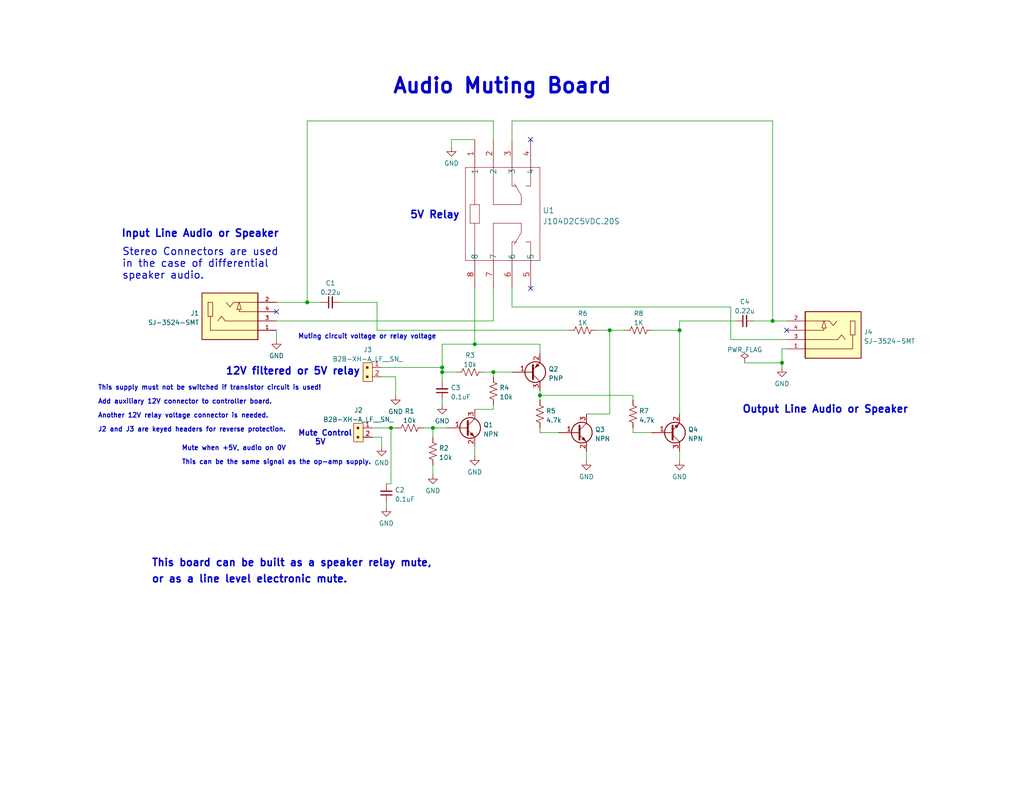
<source format=kicad_sch>
(kicad_sch (version 20211123) (generator eeschema)
  (paper "USLetter")
  (title_block (title "Audio Muting Board") (date "2022-11-10") (rev "1.0"))
  (lib_symbols
    (symbol "Device:C_Small" (pin_numbers hide) (pin_names (offset 0.254) hide)
      (property "Reference" "C" (at 0.254 1.778 0))
      (property "Value" "C_Small" (at 0.254 -2.032 0))
      (symbol "C_Small_0_1"
        (polyline (pts (xy -1.524 -0.508) (xy 1.524 -0.508)) (stroke (width 0.3302)))
        (polyline (pts (xy -1.524 0.508) (xy 1.524 0.508)) (stroke (width 0.3048)))
      )
      (symbol "C_Small_1_1"
        (pin passive line (at 0 2.54 270) (length 2.032) (name "~") (number "1"))
        (pin passive line (at 0 -2.54 90) (length 2.032) (name "~") (number "2"))
      )
    )
    (symbol "Device:R_US" (pin_numbers hide) (pin_names (offset 0))
      (property "Reference" "R" (at 2.54 0 90))
      (property "Value" "R_US" (at -2.54 0 90))
      (symbol "R_US_0_1"
        (polyline (pts (xy 0 -2.286) (xy 0 -2.54)))
        (polyline (pts (xy 0 2.286) (xy 0 2.54)))
        (polyline (pts (xy 0 -0.762) (xy 1.016 -1.143) (xy 0 -1.524) (xy -1.016 -1.905) (xy 0 -2.286)))
        (polyline (pts (xy 0 0.762) (xy 1.016 0.381) (xy 0 0) (xy -1.016 -0.381) (xy 0 -0.762)))
        (polyline (pts (xy 0 2.286) (xy 1.016 1.905) (xy 0 1.524) (xy -1.016 1.143) (xy 0 0.762)))
      )
      (symbol "R_US_1_1"
        (pin passive line (at 0 3.81 270) (length 1.27) (name "~") (number "1"))
        (pin passive line (at 0 -3.81 90) (length 1.27) (name "~") (number "2"))
      )
    )
    (symbol "Relay_DPDT_general:J104D2C5VDC.20S" (pin_names (offset 0.254))
      (property "Reference" "U" (at 20.32 10.16 0))
      (property "Value" "J104D2C5VDC.20S" (at 20.32 7.62 0))
      (symbol "J104D2C5VDC.20S_1_1"
        (polyline (pts (xy 7.62 -15.24) (xy 33.02 -15.24)) (stroke (width 0.127)))
        (polyline (pts (xy 7.62 -12.7) (xy 12.7 -12.7)) (stroke (width 0.127)))
        (polyline (pts (xy 7.62 -7.62) (xy 12.7 -7.62)) (stroke (width 0.127)))
        (polyline (pts (xy 7.62 -2.54) (xy 17.78 -2.54)) (stroke (width 0.127)))
        (polyline (pts (xy 7.62 2.54) (xy 17.78 2.54)) (stroke (width 0.127)))
        (polyline (pts (xy 7.62 5.08) (xy 7.62 -15.24)) (stroke (width 0.127)))
        (polyline (pts (xy 12.7 -11.43) (xy 12.7 -12.7)) (stroke (width 0.127)))
        (polyline (pts (xy 12.7 -7.62) (xy 12.7 -8.89)) (stroke (width 0.127)))
        (polyline (pts (xy 15.24 -10.16) (xy 12.065 -8.255)) (stroke (width 0.127)))
        (polyline (pts (xy 17.78 -10.16) (xy 15.24 -10.16)) (stroke (width 0.127)))
        (polyline (pts (xy 17.78 -2.54) (xy 17.78 -10.16)) (stroke (width 0.127)))
        (polyline (pts (xy 17.78 1.27) (xy 22.86 1.27)) (stroke (width 0.127)))
        (polyline (pts (xy 17.78 3.81) (xy 17.78 1.27)) (stroke (width 0.127)))
        (polyline (pts (xy 22.86 -10.16) (xy 25.4 -10.16)) (stroke (width 0.127)))
        (polyline (pts (xy 22.86 -2.54) (xy 22.86 -10.16)) (stroke (width 0.127)))
        (polyline (pts (xy 22.86 -2.54) (xy 33.02 -2.54)) (stroke (width 0.127)))
        (polyline (pts (xy 22.86 1.27) (xy 22.86 3.81)) (stroke (width 0.127)))
        (polyline (pts (xy 22.86 2.54) (xy 33.02 2.54)) (stroke (width 0.127)))
        (polyline (pts (xy 22.86 3.81) (xy 17.78 3.81)) (stroke (width 0.127)))
        (polyline (pts (xy 25.4 -10.16) (xy 28.575 -8.255)) (stroke (width 0.127)))
        (polyline (pts (xy 27.94 -12.7) (xy 33.02 -12.7)) (stroke (width 0.127)))
        (polyline (pts (xy 27.94 -11.43) (xy 27.94 -12.7)) (stroke (width 0.127)))
        (polyline (pts (xy 27.94 -7.62) (xy 27.94 -8.89)) (stroke (width 0.127)))
        (polyline (pts (xy 33.02 -15.24) (xy 33.02 5.08)) (stroke (width 0.127)))
        (polyline (pts (xy 33.02 -7.62) (xy 27.94 -7.62)) (stroke (width 0.127)))
        (polyline (pts (xy 33.02 5.08) (xy 7.62 5.08)) (stroke (width 0.127)))
        (pin unspecified line (at 0 2.54 0) (length 7.62) (name "1") (number "1"))
        (pin unspecified line (at 0 -2.54 0) (length 7.62) (name "2") (number "2"))
        (pin unspecified line (at 0 -7.62 0) (length 7.62) (name "3") (number "3"))
        (pin unspecified line (at 0 -12.7 0) (length 7.62) (name "4") (number "4"))
        (pin unspecified line (at 40.64 -12.7 180) (length 7.62) (name "5") (number "5"))
        (pin unspecified line (at 40.64 -7.62 180) (length 7.62) (name "6") (number "6"))
        (pin unspecified line (at 40.64 -2.54 180) (length 7.62) (name "7") (number "7"))
        (pin unspecified line (at 40.64 2.54 180) (length 7.62) (name "8") (number "8"))
      )
    )
    (symbol "Stereo_Jack_SMT:SJ-3524-SMT" (pin_names (offset 1.016) hide)
      (property "Reference" "J" (at -7.6454 8.2804 0))
      (property "Value" "SJ-3524-SMT" (at -7.6454 -7.6708 0))
      (symbol "SJ-3524-SMT_0_0"
        (rectangle (start -7.62 -5.08) (end 7.62 7.62) (stroke (width 0.254)) (fill (type background)))
        (polyline (pts (xy -5.969 -2.54) (xy -4.699 -2.54)) (stroke (width 0.1524)))
        (polyline (pts (xy -5.969 1.27) (xy -5.969 -2.54)) (stroke (width 0.1524)))
        (polyline (pts (xy -5.334 1.27) (xy -5.969 1.27)) (stroke (width 0.1524)))
        (polyline (pts (xy -5.334 1.27) (xy -5.334 5.08)) (stroke (width 0.1524)))
        (polyline (pts (xy -5.334 5.08) (xy 7.62 5.08)) (stroke (width 0.1524)))
        (polyline (pts (xy -4.699 -2.54) (xy -4.699 1.27)) (stroke (width 0.1524)))
        (polyline (pts (xy -4.699 1.27) (xy -5.334 1.27)) (stroke (width 0.1524)))
        (polyline (pts (xy -2.286 1.27) (xy -3.302 2.54)) (stroke (width 0.1524)))
        (polyline (pts (xy -1.27 2.54) (xy -2.286 1.27)) (stroke (width 0.1524)))
        (polyline (pts (xy -1.016 -2.54) (xy 0 -1.27)) (stroke (width 0.1524)))
        (polyline (pts (xy 0 -1.27) (xy 1.016 -2.54)) (stroke (width 0.1524)))
        (polyline (pts (xy 1.905 -0.6096) (xy 2.4892 -2.54)) (stroke (width 0.1524)))
        (polyline (pts (xy 1.905 -0.6096) (xy 3.0988 -0.6096)) (stroke (width 0.1524)))
        (polyline (pts (xy 2.54 -2.5146) (xy 2.54 -2.54)) (stroke (width 0.1524)))
        (polyline (pts (xy 2.54 0) (xy 2.54 -0.6096)) (stroke (width 0.1524)))
        (polyline (pts (xy 2.54 0) (xy 7.62 0)) (stroke (width 0.1524)))
        (polyline (pts (xy 3.0988 -0.6096) (xy 2.54 -2.5146)) (stroke (width 0.1524)))
        (polyline (pts (xy 7.62 -5.08) (xy 7.62 7.62)) (stroke (width 0.254)))
        (polyline (pts (xy 7.62 -2.54) (xy 1.016 -2.54)) (stroke (width 0.1524)))
        (polyline (pts (xy 7.62 2.54) (xy -1.27 2.54)) (stroke (width 0.1524)))
        (pin passive line (at 12.7 5.08 180) (length 5.08) (name "~") (number "1"))
        (pin passive line (at 12.7 -2.54 180) (length 5.08) (name "~") (number "2"))
        (pin passive line (at 12.7 2.54 180) (length 5.08) (name "~") (number "3"))
        (pin passive line (at 12.7 0 180) (length 5.08) (name "~") (number "4"))
      )
    )
    (symbol "Transistor_BJT:MMBT3904" (pin_names (offset 0) hide)
      (property "Reference" "Q" (at 5.08 1.905 0))
      (property "Value" "MMBT3904" (at 5.08 0 0))
      (symbol "MMBT3904_0_1"
        (polyline (pts (xy 0.635 0.635) (xy 2.54 2.54)))
        (polyline (pts (xy 0.635 -0.635) (xy 2.54 -2.54) (xy 2.54 -2.54)))
        (polyline (pts (xy 0.635 1.905) (xy 0.635 -1.905) (xy 0.635 -1.905)) (stroke (width 0.508)))
        (polyline (pts (xy 1.27 -1.778) (xy 1.778 -1.27) (xy 2.286 -2.286) (xy 1.27 -1.778) (xy 1.27 -1.778)) (fill (type outline)))
        (circle (center 1.27 0) (radius 2.8194) (stroke (width 0.254)))
      )
      (symbol "MMBT3904_1_1"
        (pin input line (at -5.08 0 0) (length 5.715) (name "B") (number "1"))
        (pin passive line (at 2.54 -5.08 90) (length 2.54) (name "E") (number "2"))
        (pin passive line (at 2.54 5.08 270) (length 2.54) (name "C") (number "3"))
      )
    )
    (symbol "Transistor_BJT:MMBT3906" (pin_names (offset 0) hide)
      (property "Reference" "Q" (at 5.08 1.905 0))
      (property "Value" "MMBT3906" (at 5.08 0 0))
      (symbol "MMBT3906_0_1"
        (polyline (pts (xy 0.635 0.635) (xy 2.54 2.54)))
        (polyline (pts (xy 0.635 -0.635) (xy 2.54 -2.54) (xy 2.54 -2.54)))
        (polyline (pts (xy 0.635 1.905) (xy 0.635 -1.905) (xy 0.635 -1.905)) (stroke (width 0.508)))
        (polyline (pts (xy 2.286 -1.778) (xy 1.778 -2.286) (xy 1.27 -1.27) (xy 2.286 -1.778) (xy 2.286 -1.778)) (fill (type outline)))
        (circle (center 1.27 0) (radius 2.8194) (stroke (width 0.254)))
      )
      (symbol "MMBT3906_1_1"
        (pin input line (at -5.08 0 0) (length 5.715) (name "B") (number "1"))
        (pin passive line (at 2.54 -5.08 90) (length 2.54) (name "E") (number "2"))
        (pin passive line (at 2.54 5.08 270) (length 2.54) (name "C") (number "3"))
      )
    )
    (symbol "dk_Rectangular-Connectors-Headers-Male-Pins:B2B-XH-A_LF__SN_" (pin_names (offset 1.016))
      (property "Reference" "J" (at -2.54 -1.27 0))
      (property "Value" "B2B-XH-A_LF__SN_" (at 1.27 -3.81 0))
      (symbol "B2B-XH-A_LF__SN__1_1"
        (rectangle (start -1.27 0) (end 3.81 -2.54) (fill (type background)))
        (rectangle (start -0.254 -1.143) (end 0.254 -1.651) (fill (type outline)))
        (rectangle (start 2.286 -1.143) (end 2.794 -1.651) (fill (type outline)))
        (pin passive line (at 0 2.54 270) (length 2.54) (name "~") (number "1"))
        (pin passive line (at 2.54 2.54 270) (length 2.54) (name "~") (number "2"))
      )
    )
    (symbol "power:GND" (power) (pin_names (offset 0))
      (property "Value" "GND" (at 0 -3.81 0))
      (symbol "GND_0_1"
        (polyline (pts (xy 0 0) (xy 0 -1.27) (xy 1.27 -1.27) (xy 0 -2.54) (xy -1.27 -1.27) (xy 0 -1.27)))
      )
      (symbol "GND_1_1"
        (pin power_in line (at 0 0 270) (length 0) hide (name "GND") (number "1"))
      )
    )
    (symbol "power:PWR_FLAG" (power) (pin_numbers hide) (pin_names (offset 0) hide)
      (property "Value" "PWR_FLAG" (at 0 3.81 0))
      (symbol "PWR_FLAG_0_0"
        (pin power_out line (at 0 0 90) (length 0) (name "pwr") (number "1"))
      )
      (symbol "PWR_FLAG_0_1"
        (polyline (pts (xy 0 0) (xy 0 1.27) (xy -1.016 1.905) (xy 0 2.54) (xy 1.016 1.905) (xy 0 1.27)))
      )
    )
  )
  (junction (at 134.62 101.6))
  (junction (at 120.65 101.6))
  (junction (at 213.36 99.06))
  (junction (at 210.82 87.63))
  (junction (at 185.42 90.17))
  (junction (at 129.54 93.98))
  (junction (at 83.82 82.55))
  (junction (at 118.11 116.84))
  (junction (at 166.37 90.17))
  (junction (at 120.65 100.33))
  (junction (at 106.68 116.84))
  (junction (at 147.32 107.95))
  (no_connect (at 144.78 78.74))
  (no_connect (at 144.78 38.1))
  (no_connect (at 75.438 85.09))
  (no_connect (at 214.63 90.17))
  (wire (pts (xy 123.19 38.1) (xy 129.54 38.1)))
  (wire (pts (xy 102.87 90.17) (xy 155.194 90.17)))
  (wire (pts (xy 203.2 99.06) (xy 213.36 99.06)))
  (wire (pts (xy 92.71 82.55) (xy 102.87 82.55)))
  (wire (pts (xy 120.65 101.6) (xy 124.46 101.6)))
  (wire (pts (xy 107.95 102.87) (xy 107.95 107.95)))
  (wire (pts (xy 205.74 87.63) (xy 210.82 87.63)))
  (wire (pts (xy 102.87 82.55) (xy 102.87 90.17)))
  (wire (pts (xy 132.08 101.6) (xy 134.62 101.6)))
  (wire (pts (xy 118.11 127) (xy 118.11 129.54)))
  (wire (pts (xy 199.39 92.71) (xy 214.63 92.71)))
  (wire (pts (xy 83.82 82.55) (xy 83.82 33.02)))
  (wire (pts (xy 75.438 82.55) (xy 83.82 82.55)))
  (wire (pts (xy 104.14 119.38) (xy 104.14 121.92)))
  (wire (pts (xy 210.82 33.02) (xy 210.82 87.63)))
  (wire (pts (xy 106.68 116.84) (xy 107.95 116.84)))
  (wire (pts (xy 139.7 83.82) (xy 199.39 83.82)))
  (wire (pts (xy 129.54 111.76) (xy 134.62 111.76)))
  (wire (pts (xy 162.814 90.17) (xy 166.37 90.17)))
  (wire (pts (xy 139.7 33.02) (xy 139.7 38.1)))
  (wire (pts (xy 134.62 101.6) (xy 139.7 101.6)))
  (wire (pts (xy 83.82 82.55) (xy 87.63 82.55)))
  (wire (pts (xy 129.54 93.98) (xy 147.32 93.98)))
  (wire (pts (xy 106.68 132.08) (xy 105.41 132.08)))
  (wire (pts (xy 129.54 121.92) (xy 129.54 124.46)))
  (wire (pts (xy 147.32 96.52) (xy 147.32 93.98)))
  (wire (pts (xy 118.11 116.84) (xy 118.11 119.38)))
  (wire (pts (xy 166.37 90.17) (xy 170.434 90.17)))
  (wire (pts (xy 129.54 78.74) (xy 129.54 93.98)))
  (wire (pts (xy 120.65 93.98) (xy 120.65 100.33)))
  (wire (pts (xy 166.37 90.17) (xy 166.37 113.03)))
  (wire (pts (xy 134.62 33.02) (xy 134.62 38.1)))
  (wire (pts (xy 199.39 83.82) (xy 199.39 92.71)))
  (wire (pts (xy 134.62 87.63) (xy 134.62 78.74)))
  (wire (pts (xy 185.42 90.17) (xy 185.42 113.03)))
  (wire (pts (xy 147.32 107.95) (xy 147.32 109.22)))
  (wire (pts (xy 123.19 40.132) (xy 123.19 38.1)))
  (wire (pts (xy 120.65 101.6) (xy 120.65 104.14)))
  (wire (pts (xy 75.438 90.17) (xy 75.438 92.71)))
  (wire (pts (xy 115.57 116.84) (xy 118.11 116.84)))
  (wire (pts (xy 147.32 118.11) (xy 152.4 118.11)))
  (wire (pts (xy 120.65 100.33) (xy 120.65 101.6)))
  (wire (pts (xy 210.82 87.63) (xy 214.63 87.63)))
  (wire (pts (xy 134.62 111.76) (xy 134.62 110.49)))
  (wire (pts (xy 147.32 107.95) (xy 172.72 107.95)))
  (wire (pts (xy 160.02 113.03) (xy 166.37 113.03)))
  (wire (pts (xy 120.65 93.98) (xy 129.54 93.98)))
  (wire (pts (xy 147.32 106.68) (xy 147.32 107.95)))
  (wire (pts (xy 120.65 109.22) (xy 120.65 110.49)))
  (wire (pts (xy 107.95 102.87) (xy 104.14 102.87)))
  (wire (pts (xy 185.42 87.63) (xy 200.66 87.63)))
  (wire (pts (xy 83.82 33.02) (xy 134.62 33.02)))
  (wire (pts (xy 139.7 33.02) (xy 210.82 33.02)))
  (wire (pts (xy 147.32 116.84) (xy 147.32 118.11)))
  (wire (pts (xy 75.438 87.63) (xy 134.62 87.63)))
  (wire (pts (xy 172.72 107.95) (xy 172.72 109.22)))
  (wire (pts (xy 185.42 90.17) (xy 185.42 87.63)))
  (wire (pts (xy 213.36 95.25) (xy 213.36 99.06)))
  (wire (pts (xy 214.63 95.25) (xy 213.36 95.25)))
  (wire (pts (xy 160.02 123.19) (xy 160.02 125.73)))
  (wire (pts (xy 185.42 90.17) (xy 178.054 90.17)))
  (wire (pts (xy 139.7 78.74) (xy 139.7 83.82)))
  (wire (pts (xy 105.41 137.16) (xy 105.41 138.43)))
  (wire (pts (xy 172.72 118.11) (xy 177.8 118.11)))
  (wire (pts (xy 118.11 116.84) (xy 121.92 116.84)))
  (wire (pts (xy 104.14 100.33) (xy 120.65 100.33)))
  (wire (pts (xy 172.72 116.84) (xy 172.72 118.11)))
  (wire (pts (xy 106.68 116.84) (xy 106.68 132.08)))
  (wire (pts (xy 101.6 119.38) (xy 104.14 119.38)))
  (wire (pts (xy 101.6 116.84) (xy 106.68 116.84)))
  (wire (pts (xy 213.36 99.06) (xy 213.36 100.33)))
  (wire (pts (xy 185.42 123.19) (xy 185.42 125.73)))
  (wire (pts (xy 134.62 101.6) (xy 134.62 102.87)))
  (text "Input Line Audio or Speaker" (at 33.02 65.024 0) (effects (font (size 2 2) (thickness 0.4) bold) (justify left bottom)))
  (text "Mute when +5V, audio on 0V" (at 49.53 123.19 0) (effects (font (size 1.27 1.27) bold) (justify left bottom)))
  (text "Stereo Connectors are used\nin the case of differential\nspeaker audio." (at 33.274 76.454 0) (effects (font (size 2 2) (thickness 0.254) bold) (justify left bottom)))
  (text "This supply must not be switched if transistor circuit is used!" (at 26.67 106.68 0) (effects (font (size 1.27 1.27) bold) (justify left bottom)))
  (text "Output Line Audio or Speaker" (at 202.438 113.03 0) (effects (font (size 2 2) (thickness 0.4) bold) (justify left bottom)))
  (text "12V filtered or 5V relay" (at 61.468 102.616 0) (effects (font (size 2 2) (thickness 0.4) bold) (justify left bottom)))
  (text "J2 and J3 are keyed headers for reverse protection." (at 26.67 118.11 0) (effects (font (size 1.27 1.27) (thickness 0.254) bold) (justify left bottom)))
  (text "Audio Muting Board" (at 106.934 25.908 0) (effects (font (size 4 4) (thickness 0.8) bold) (justify left bottom)))
  (text "This board can be built as a speaker relay mute," (at 41.275 154.94 0) (effects (font (size 2 2) (thickness 0.4) bold) (justify left bottom)))
  (text "Mute Control\n    5V" (at 81.28 121.666 0) (effects (font (size 1.5 1.5) (thickness 0.3) bold) (justify left bottom)))
  (text "Muting circuit voltage or relay voltage" (at 81.28 92.71 0) (effects (font (size 1.27 1.27) bold) (justify left bottom)))
  (text "or as a line level electronic mute." (at 41.275 159.385 0) (effects (font (size 2 2) (thickness 0.4) bold) (justify left bottom)))
  (text "Add auxiliary 12V connector to controller board." (at 26.67 110.49 0) (effects (font (size 1.27 1.27) bold) (justify left bottom)))
  (text "Another 12V relay voltage connector is needed." (at 26.67 114.3 0) (effects (font (size 1.27 1.27) bold) (justify left bottom)))
  (text "This can be the same signal as the op-amp supply." (at 49.53 127 0) (effects (font (size 1.27 1.27) bold) (justify left bottom)))
  (text "5V Relay" (at 111.76 59.944 0) (effects (font (size 2 2) (thickness 0.4) bold) (justify left bottom)))
  (symbol (lib_id "power:GND") (at 104.14 121.92 0) (unit 1)
    (property "Reference" "#PWR02" (effects hide))
    (property "Value" "GND" (at 104.14 126.3634 0))
  )
  (symbol (lib_id "power:GND") (at 118.11 129.54 0) (unit 1)
    (property "Reference" "#PWR05" (effects hide))
    (property "Value" "GND" (at 118.11 133.9834 0))
  )
  (symbol (lib_id "Transistor_BJT:MMBT3906") (at 144.78 101.6 0) (mirror x) (unit 1)
    (property "Reference" "Q2" (at 149.6314 100.7653 0) (effects (justify left)))
    (property "Value" "PNP" (at 149.6314 103.3022 0) (effects (justify left)))
    (property "Footprint" "Package_TO_SOT_SMD:SOT-23" (effects hide))
    (property "Datasheet" "https://www.onsemi.com/pub/Collateral/2N3906-D.PDF" (effects hide))
  )
  (symbol (lib_id "Transistor_BJT:MMBT3904") (at 127 116.84 0) (unit 1)
    (property "Reference" "Q1" (at 131.8514 116.0053 0) (effects (justify left)))
    (property "Value" "NPN" (at 131.8514 118.5422 0) (effects (justify left)))
    (property "Footprint" "Package_TO_SOT_SMD:SOT-23" (effects hide))
    (property "Datasheet" "https://www.onsemi.com/pub/Collateral/2N3903-D.PDF" (effects hide))
  )
  (symbol (lib_id "Device:C_Small") (at 90.17 82.55 90) (unit 1)
    (property "Reference" "C1" (at 90.1763 77.2881 90))
    (property "Value" "0.22u" (at 90.1763 79.825 90))
    (property "Footprint" "Capacitor_SMD:C_1206_3216Metric_Pad1.33x1.80mm_HandSolder" (effects hide))
  )
  (symbol (lib_id "Device:R_US") (at 159.004 90.17 90) (unit 1)
    (property "Reference" "R6" (at 159.004 85.5812 90))
    (property "Value" "1K" (at 159.004 88.1181 90))
    (property "Footprint" "Resistor_SMD:R_1206_3216Metric_Pad1.30x1.75mm_HandSolder" (effects hide))
  )
  (symbol (lib_id "Device:C_Small") (at 120.65 106.68 180) (unit 1)
    (property "Reference" "C3" (at 122.9741 105.8389 0) (effects (justify right)))
    (property "Value" "0.1uF" (at 122.9741 108.3758 0) (effects (justify right)))
    (property "Footprint" "Capacitor_SMD:C_1206_3216Metric_Pad1.33x1.80mm_HandSolder" (effects hide))
  )
  (symbol (lib_id "power:GND") (at 105.41 138.43 0) (unit 1)
    (property "Reference" "#PWR03" (effects hide))
    (property "Value" "GND" (at 105.41 142.8734 0))
  )
  (symbol (lib_id "power:GND") (at 120.65 110.49 0) (unit 1)
    (property "Reference" "#PWR06" (effects hide))
    (property "Value" "GND" (at 120.65 114.9334 0))
  )
  (symbol (lib_id "Transistor_BJT:MMBT3904") (at 157.48 118.11 0) (unit 1)
    (property "Reference" "Q3" (at 162.3314 117.2753 0) (effects (justify left)))
    (property "Value" "NPN" (at 162.3314 119.8122 0) (effects (justify left)))
    (property "Footprint" "Package_TO_SOT_SMD:SOT-23" (effects hide))
    (property "Datasheet" "https://www.onsemi.com/pub/Collateral/2N3903-D.PDF" (effects hide))
  )
  (symbol (lib_id "dk_Rectangular-Connectors-Headers-Male-Pins:B2B-XH-A_LF__SN_") (at 99.06 116.84 270) (unit 1)
    (property "Reference" "J2" (at 97.79 111.9972 90))
    (property "Value" "B2B-XH-A_LF__SN_" (at 97.79 114.5341 90))
    (property "Footprint" "digikey-footprints:PinHeader_1x2_P2.5mm_Drill1.1mm" (effects hide))
    (property "Datasheet" "http://www.jst-mfg.com/product/pdf/eng/eXH.pdf" (effects hide))
    (property "Digi-Key_PN" "455-2247-ND" (effects hide))
    (property "MPN" "B2B-XH-A(LF)(SN)" (effects hide))
    (property "Category" "Connectors, Interconnects" (effects hide))
    (property "Family" "Rectangular Connectors - Headers, Male Pins" (effects hide))
    (property "DK_Datasheet_Link" "http://www.jst-mfg.com/product/pdf/eng/eXH.pdf" (effects hide))
    (property "DK_Detail_Page" "/product-detail/en/jst-sales-america-inc/B2B-XH-A(LF)(SN)/455-2247-ND/1651045" (effects hide))
    (property "Description" "CONN HEADER VERT 2POS 2.5MM" (effects hide))
    (property "Manufacturer" "JST Sales America Inc." (effects hide))
    (property "Status" "Active" (effects hide))
  )
  (symbol (lib_id "power:GND") (at 123.19 40.132 0) (unit 1)
    (property "Reference" "#PWR08" (effects hide))
    (property "Value" "GND" (at 123.19 44.5754 0))
  )
  (symbol (lib_id "power:PWR_FLAG") (at 203.2 99.06 0) (unit 1)
    (property "Reference" "#FLG0101" (effects hide))
    (property "Value" "PWR_FLAG" (at 203.2 95.4842 0))
  )
  (symbol (lib_id "Relay_DPDT_general:J104D2C5VDC.20S") (at 132.08 38.1 90) (mirror x) (unit 1)
    (property "Reference" "U1" (at 148.0185 57.4438 90) (effects (font (size 1.524 1.524)) (justify right)))
    (property "Value" "J104D2C5VDC.20S" (at 148.0185 60.4372 90) (effects (font (size 1.524 1.524)) (justify right)))
    (property "Footprint" "Relay_DPDT_GP:J104D2C5VDC.20S" (effects hide))
  )
  (symbol (lib_id "Device:R_US") (at 147.32 113.03 0) (unit 1)
    (property "Reference" "R5" (at 148.971 112.1953 0) (effects (justify left)))
    (property "Value" "4.7k" (at 148.971 114.7322 0) (effects (justify left)))
    (property "Footprint" "Resistor_SMD:R_1206_3216Metric_Pad1.30x1.75mm_HandSolder" (effects hide))
  )
  (symbol (lib_id "Stereo_Jack_SMT:SJ-3524-SMT") (at 62.738 85.09 0) (mirror x) (unit 1)
    (property "Reference" "J1" (at 54.356 85.5253 0) (effects (justify right)))
    (property "Value" "SJ-3524-SMT" (at 54.356 88.0622 0) (effects (justify right)))
    (property "Footprint" "Stereo_Jack_SMT:CUI_SJ-3524-SMT" (effects hide))
    (property "STANDARD" "Manufacturer recommendations" (effects hide))
    (property "PARTREV" "1.03" (effects hide))
    (property "MF" "CUI Inc" (effects hide))
  )
  (symbol (lib_id "power:GND") (at 107.95 107.95 0) (unit 1)
    (property "Reference" "#PWR04" (effects hide))
    (property "Value" "GND" (at 107.95 112.3934 0))
  )
  (symbol (lib_id "Device:R_US") (at 172.72 113.03 0) (unit 1)
    (property "Reference" "R7" (at 174.371 112.1953 0) (effects (justify left)))
    (property "Value" "4.7k" (at 174.371 114.7322 0) (effects (justify left)))
    (property "Footprint" "Resistor_SMD:R_1206_3216Metric_Pad1.30x1.75mm_HandSolder" (effects hide))
  )
  (symbol (lib_id "Device:C_Small") (at 203.2 87.63 90) (unit 1)
    (property "Reference" "C4" (at 203.2063 82.3681 90))
    (property "Value" "0.22u" (at 203.2063 84.905 90))
    (property "Footprint" "Capacitor_SMD:C_1206_3216Metric_Pad1.33x1.80mm_HandSolder" (effects hide))
  )
  (symbol (lib_id "Device:R_US") (at 128.27 101.6 90) (unit 1)
    (property "Reference" "R3" (at 128.27 97.0112 90))
    (property "Value" "10k" (at 128.27 99.5481 90))
    (property "Footprint" "Resistor_SMD:R_1206_3216Metric_Pad1.30x1.75mm_HandSolder" (effects hide))
  )
  (symbol (lib_id "Device:R_US") (at 118.11 123.19 0) (unit 1)
    (property "Reference" "R2" (at 119.761 122.3553 0) (effects (justify left)))
    (property "Value" "10k" (at 119.761 124.8922 0) (effects (justify left)))
    (property "Footprint" "Resistor_SMD:R_1206_3216Metric_Pad1.30x1.75mm_HandSolder" (effects hide))
  )
  (symbol (lib_id "Transistor_BJT:MMBT3904") (at 182.88 118.11 0) (mirror x) (unit 1)
    (property "Reference" "Q4" (at 187.7314 117.2753 0) (effects (justify left)))
    (property "Value" "NPN" (at 187.7314 119.8122 0) (effects (justify left)))
    (property "Footprint" "Package_TO_SOT_SMD:SOT-23" (effects hide))
    (property "Datasheet" "https://www.onsemi.com/pub/Collateral/2N3903-D.PDF" (effects hide))
  )
  (symbol (lib_id "power:GND") (at 213.36 100.33 0) (unit 1)
    (property "Reference" "#PWR011" (effects hide))
    (property "Value" "GND" (at 213.36 104.7734 0))
  )
  (symbol (lib_id "Device:R_US") (at 134.62 106.68 0) (unit 1)
    (property "Reference" "R4" (at 136.271 105.8453 0) (effects (justify left)))
    (property "Value" "10k" (at 136.271 108.3822 0) (effects (justify left)))
    (property "Footprint" "Resistor_SMD:R_1206_3216Metric_Pad1.30x1.75mm_HandSolder" (effects hide))
  )
  (symbol (lib_id "power:GND") (at 75.438 92.71 0) (unit 1)
    (property "Reference" "#PWR01" (effects hide))
    (property "Value" "GND" (at 75.438 97.1534 0))
  )
  (symbol (lib_id "Stereo_Jack_SMT:SJ-3524-SMT") (at 227.33 90.17 180) (unit 1)
    (property "Reference" "J4" (at 235.712 90.6053 0) (effects (justify right)))
    (property "Value" "SJ-3524-SMT" (at 235.712 93.1422 0) (effects (justify right)))
    (property "Footprint" "Stereo_Jack_SMT:CUI_SJ-3524-SMT" (effects hide))
    (property "STANDARD" "Manufacturer recommendations" (effects hide))
    (property "PARTREV" "1.03" (effects hide))
    (property "MF" "CUI Inc" (effects hide))
  )
  (symbol (lib_id "Device:R_US") (at 111.76 116.84 90) (unit 1)
    (property "Reference" "R1" (at 111.76 112.2512 90))
    (property "Value" "10k" (at 111.76 114.7881 90))
    (property "Footprint" "Resistor_SMD:R_1206_3216Metric_Pad1.30x1.75mm_HandSolder" (effects hide))
  )
  (symbol (lib_id "power:GND") (at 129.54 124.46 0) (unit 1)
    (property "Reference" "#PWR07" (effects hide))
    (property "Value" "GND" (at 129.54 128.9034 0))
  )
  (symbol (lib_id "power:GND") (at 160.02 125.73 0) (unit 1)
    (property "Reference" "#PWR09" (effects hide))
    (property "Value" "GND" (at 160.02 130.1734 0))
  )
  (symbol (lib_id "Device:C_Small") (at 105.41 134.62 180) (unit 1)
    (property "Reference" "C2" (at 107.7341 133.7789 0) (effects (justify right)))
    (property "Value" "0.1uF" (at 107.7341 136.3158 0) (effects (justify right)))
    (property "Footprint" "Capacitor_SMD:C_1206_3216Metric_Pad1.33x1.80mm_HandSolder" (effects hide))
  )
  (symbol (lib_id "dk_Rectangular-Connectors-Headers-Male-Pins:B2B-XH-A_LF__SN_") (at 101.6 100.33 270) (unit 1)
    (property "Reference" "J3" (at 100.33 95.4872 90))
    (property "Value" "B2B-XH-A_LF__SN_" (at 100.33 98.0241 90))
    (property "Footprint" "digikey-footprints:PinHeader_1x2_P2.5mm_Drill1.1mm" (effects hide))
    (property "Datasheet" "http://www.jst-mfg.com/product/pdf/eng/eXH.pdf" (effects hide))
    (property "Digi-Key_PN" "455-2247-ND" (effects hide))
    (property "MPN" "B2B-XH-A(LF)(SN)" (effects hide))
    (property "Category" "Connectors, Interconnects" (effects hide))
    (property "Family" "Rectangular Connectors - Headers, Male Pins" (effects hide))
    (property "DK_Datasheet_Link" "http://www.jst-mfg.com/product/pdf/eng/eXH.pdf" (effects hide))
    (property "DK_Detail_Page" "/product-detail/en/jst-sales-america-inc/B2B-XH-A(LF)(SN)/455-2247-ND/1651045" (effects hide))
    (property "Description" "CONN HEADER VERT 2POS 2.5MM" (effects hide))
    (property "Manufacturer" "JST Sales America Inc." (effects hide))
    (property "Status" "Active" (effects hide))
  )
  (symbol (lib_id "power:GND") (at 185.42 125.73 0) (unit 1)
    (property "Reference" "#PWR010" (effects hide))
    (property "Value" "GND" (at 185.42 130.1734 0))
  )
  (symbol (lib_id "Device:R_US") (at 174.244 90.17 90) (unit 1)
    (property "Reference" "R8" (at 174.244 85.5812 90))
    (property "Value" "1K" (at 174.244 88.1181 90))
    (property "Footprint" "Resistor_SMD:R_1206_3216Metric_Pad1.30x1.75mm_HandSolder" (effects hide))
  )
)
</source>
